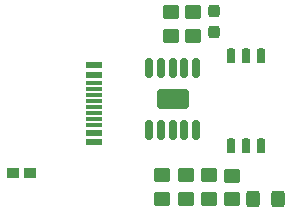
<source format=gbr>
%TF.GenerationSoftware,KiCad,Pcbnew,8.0.6*%
%TF.CreationDate,2024-12-14T19:22:35-05:00*%
%TF.ProjectId,dpx_pd_pooper,6470785f-7064-45f7-906f-6f7065722e6b,rev?*%
%TF.SameCoordinates,Original*%
%TF.FileFunction,Paste,Top*%
%TF.FilePolarity,Positive*%
%FSLAX46Y46*%
G04 Gerber Fmt 4.6, Leading zero omitted, Abs format (unit mm)*
G04 Created by KiCad (PCBNEW 8.0.6) date 2024-12-14 19:22:35*
%MOMM*%
%LPD*%
G01*
G04 APERTURE LIST*
G04 Aperture macros list*
%AMRoundRect*
0 Rectangle with rounded corners*
0 $1 Rounding radius*
0 $2 $3 $4 $5 $6 $7 $8 $9 X,Y pos of 4 corners*
0 Add a 4 corners polygon primitive as box body*
4,1,4,$2,$3,$4,$5,$6,$7,$8,$9,$2,$3,0*
0 Add four circle primitives for the rounded corners*
1,1,$1+$1,$2,$3*
1,1,$1+$1,$4,$5*
1,1,$1+$1,$6,$7*
1,1,$1+$1,$8,$9*
0 Add four rect primitives between the rounded corners*
20,1,$1+$1,$2,$3,$4,$5,0*
20,1,$1+$1,$4,$5,$6,$7,0*
20,1,$1+$1,$6,$7,$8,$9,0*
20,1,$1+$1,$8,$9,$2,$3,0*%
G04 Aperture macros list end*
%ADD10RoundRect,0.250000X-1.080000X0.595000X-1.080000X-0.595000X1.080000X-0.595000X1.080000X0.595000X0*%
%ADD11RoundRect,0.150000X-0.150000X0.687500X-0.150000X-0.687500X0.150000X-0.687500X0.150000X0.687500X0*%
%ADD12RoundRect,0.250000X0.450000X-0.350000X0.450000X0.350000X-0.450000X0.350000X-0.450000X-0.350000X0*%
%ADD13RoundRect,0.250000X-0.450000X0.350000X-0.450000X-0.350000X0.450000X-0.350000X0.450000X0.350000X0*%
%ADD14R,1.450000X0.600000*%
%ADD15R,1.450000X0.300000*%
%ADD16RoundRect,0.237500X0.237500X-0.300000X0.237500X0.300000X-0.237500X0.300000X-0.237500X-0.300000X0*%
%ADD17RoundRect,0.250000X0.325000X0.450000X-0.325000X0.450000X-0.325000X-0.450000X0.325000X-0.450000X0*%
%ADD18RoundRect,0.190000X0.190000X-0.445000X0.190000X0.445000X-0.190000X0.445000X-0.190000X-0.445000X0*%
%ADD19R,1.000000X0.970000*%
G04 APERTURE END LIST*
D10*
%TO.C,U1*%
X54591200Y-65299300D03*
D11*
X56591200Y-62661800D03*
X55591200Y-62661800D03*
X54591200Y-62661800D03*
X53591200Y-62661800D03*
X52591200Y-62661800D03*
X52591200Y-67936800D03*
X53591200Y-67936800D03*
X54591200Y-67936800D03*
X55591200Y-67936800D03*
X56591200Y-67936800D03*
%TD*%
D12*
%TO.C,R4*%
X59600000Y-73770000D03*
X59600000Y-71770000D03*
%TD*%
D13*
%TO.C,R2*%
X56350000Y-57920000D03*
X56350000Y-59920000D03*
%TD*%
%TO.C,R3*%
X54410000Y-57940000D03*
X54410000Y-59940000D03*
%TD*%
D14*
%TO.C,USB1*%
X47955000Y-62430000D03*
X47955000Y-63230000D03*
D15*
X47955000Y-63930000D03*
X47955000Y-64430000D03*
X47955000Y-64930000D03*
X47955000Y-65430000D03*
X47955000Y-65930000D03*
X47955000Y-66430000D03*
X47955000Y-66930000D03*
X47955000Y-67430000D03*
D14*
X47955000Y-68130000D03*
X47955000Y-68930000D03*
%TD*%
D16*
%TO.C,C1*%
X58070000Y-59585000D03*
X58070000Y-57860000D03*
%TD*%
D12*
%TO.C,R5*%
X53730000Y-73740000D03*
X53730000Y-71740000D03*
%TD*%
%TO.C,R1*%
X55690000Y-73720000D03*
X55690000Y-71720000D03*
%TD*%
%TO.C,R6*%
X57640000Y-73740000D03*
X57640000Y-71740000D03*
%TD*%
D17*
%TO.C,D1*%
X63480000Y-73710000D03*
X61430000Y-73710000D03*
%TD*%
D18*
%TO.C,SW1*%
X59530000Y-69260000D03*
X60800000Y-69260000D03*
X62070000Y-69260000D03*
X62070000Y-61640000D03*
X60800000Y-61640000D03*
X59530000Y-61640000D03*
%TD*%
D19*
%TO.C,FB1*%
X42530000Y-71520000D03*
X41060000Y-71520000D03*
%TD*%
M02*

</source>
